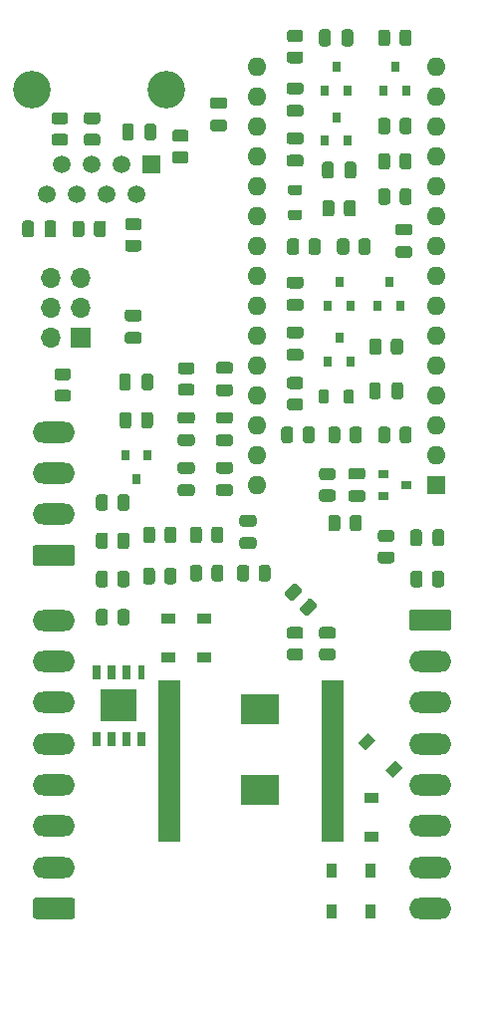
<source format=gbr>
%TF.GenerationSoftware,KiCad,Pcbnew,(5.1.9-0-10_14)*%
%TF.CreationDate,2023-05-28T23:00:20-04:00*%
%TF.ProjectId,LiControl,4c69436f-6e74-4726-9f6c-2e6b69636164,rev?*%
%TF.SameCoordinates,Original*%
%TF.FileFunction,Soldermask,Bot*%
%TF.FilePolarity,Negative*%
%FSLAX46Y46*%
G04 Gerber Fmt 4.6, Leading zero omitted, Abs format (unit mm)*
G04 Created by KiCad (PCBNEW (5.1.9-0-10_14)) date 2023-05-28 23:00:20*
%MOMM*%
%LPD*%
G01*
G04 APERTURE LIST*
%ADD10C,0.100000*%
%ADD11R,0.800000X0.900000*%
%ADD12R,0.900000X1.200000*%
%ADD13R,1.600000X1.600000*%
%ADD14O,1.600000X1.600000*%
%ADD15R,1.200000X0.900000*%
%ADD16C,3.200000*%
%ADD17R,1.500000X1.500000*%
%ADD18C,1.500000*%
%ADD19R,0.900000X0.800000*%
%ADD20R,3.300000X2.500000*%
%ADD21R,1.700000X1.700000*%
%ADD22O,1.700000X1.700000*%
%ADD23R,0.650000X1.310000*%
%ADD24R,0.600000X1.310000*%
%ADD25R,1.500000X1.325000*%
%ADD26R,1.850000X13.700000*%
%ADD27O,3.600000X1.800000*%
G04 APERTURE END LIST*
D10*
%TO.C,D3*%
G36*
X117674264Y-132522792D02*
G01*
X118522792Y-131674264D01*
X119159188Y-132310660D01*
X118310660Y-133159188D01*
X117674264Y-132522792D01*
G37*
G36*
X115340812Y-130189340D02*
G01*
X116189340Y-129340812D01*
X116825736Y-129977208D01*
X115977208Y-130825736D01*
X115340812Y-130189340D01*
G37*
%TD*%
D11*
%TO.C,Q6*%
X95550000Y-105750000D03*
X97450000Y-105750000D03*
X96500000Y-107750000D03*
%TD*%
%TO.C,C9*%
G36*
G01*
X115200000Y-81025000D02*
X115200000Y-81975000D01*
G75*
G02*
X114950000Y-82225000I-250000J0D01*
G01*
X114450000Y-82225000D01*
G75*
G02*
X114200000Y-81975000I0J250000D01*
G01*
X114200000Y-81025000D01*
G75*
G02*
X114450000Y-80775000I250000J0D01*
G01*
X114950000Y-80775000D01*
G75*
G02*
X115200000Y-81025000I0J-250000D01*
G01*
G37*
G36*
G01*
X113300000Y-81025000D02*
X113300000Y-81975000D01*
G75*
G02*
X113050000Y-82225000I-250000J0D01*
G01*
X112550000Y-82225000D01*
G75*
G02*
X112300000Y-81975000I0J250000D01*
G01*
X112300000Y-81025000D01*
G75*
G02*
X112550000Y-80775000I250000J0D01*
G01*
X113050000Y-80775000D01*
G75*
G02*
X113300000Y-81025000I0J-250000D01*
G01*
G37*
%TD*%
%TO.C,C12*%
G36*
G01*
X109525000Y-94800000D02*
X110475000Y-94800000D01*
G75*
G02*
X110725000Y-95050000I0J-250000D01*
G01*
X110725000Y-95550000D01*
G75*
G02*
X110475000Y-95800000I-250000J0D01*
G01*
X109525000Y-95800000D01*
G75*
G02*
X109275000Y-95550000I0J250000D01*
G01*
X109275000Y-95050000D01*
G75*
G02*
X109525000Y-94800000I250000J0D01*
G01*
G37*
G36*
G01*
X109525000Y-96700000D02*
X110475000Y-96700000D01*
G75*
G02*
X110725000Y-96950000I0J-250000D01*
G01*
X110725000Y-97450000D01*
G75*
G02*
X110475000Y-97700000I-250000J0D01*
G01*
X109525000Y-97700000D01*
G75*
G02*
X109275000Y-97450000I0J250000D01*
G01*
X109275000Y-96950000D01*
G75*
G02*
X109525000Y-96700000I250000J0D01*
G01*
G37*
%TD*%
%TO.C,C13*%
G36*
G01*
X109525000Y-78300000D02*
X110475000Y-78300000D01*
G75*
G02*
X110725000Y-78550000I0J-250000D01*
G01*
X110725000Y-79050000D01*
G75*
G02*
X110475000Y-79300000I-250000J0D01*
G01*
X109525000Y-79300000D01*
G75*
G02*
X109275000Y-79050000I0J250000D01*
G01*
X109275000Y-78550000D01*
G75*
G02*
X109525000Y-78300000I250000J0D01*
G01*
G37*
G36*
G01*
X109525000Y-80200000D02*
X110475000Y-80200000D01*
G75*
G02*
X110725000Y-80450000I0J-250000D01*
G01*
X110725000Y-80950000D01*
G75*
G02*
X110475000Y-81200000I-250000J0D01*
G01*
X109525000Y-81200000D01*
G75*
G02*
X109275000Y-80950000I0J250000D01*
G01*
X109275000Y-80450000D01*
G75*
G02*
X109525000Y-80200000I250000J0D01*
G01*
G37*
%TD*%
%TO.C,C15*%
G36*
G01*
X119725000Y-87050000D02*
X118775000Y-87050000D01*
G75*
G02*
X118525000Y-86800000I0J250000D01*
G01*
X118525000Y-86300000D01*
G75*
G02*
X118775000Y-86050000I250000J0D01*
G01*
X119725000Y-86050000D01*
G75*
G02*
X119975000Y-86300000I0J-250000D01*
G01*
X119975000Y-86800000D01*
G75*
G02*
X119725000Y-87050000I-250000J0D01*
G01*
G37*
G36*
G01*
X119725000Y-88950000D02*
X118775000Y-88950000D01*
G75*
G02*
X118525000Y-88700000I0J250000D01*
G01*
X118525000Y-88200000D01*
G75*
G02*
X118775000Y-87950000I250000J0D01*
G01*
X119725000Y-87950000D01*
G75*
G02*
X119975000Y-88200000I0J-250000D01*
G01*
X119975000Y-88700000D01*
G75*
G02*
X119725000Y-88950000I-250000J0D01*
G01*
G37*
%TD*%
%TO.C,C16*%
G36*
G01*
X113050000Y-69775000D02*
X113050000Y-70725000D01*
G75*
G02*
X112800000Y-70975000I-250000J0D01*
G01*
X112300000Y-70975000D01*
G75*
G02*
X112050000Y-70725000I0J250000D01*
G01*
X112050000Y-69775000D01*
G75*
G02*
X112300000Y-69525000I250000J0D01*
G01*
X112800000Y-69525000D01*
G75*
G02*
X113050000Y-69775000I0J-250000D01*
G01*
G37*
G36*
G01*
X114950000Y-69775000D02*
X114950000Y-70725000D01*
G75*
G02*
X114700000Y-70975000I-250000J0D01*
G01*
X114200000Y-70975000D01*
G75*
G02*
X113950000Y-70725000I0J250000D01*
G01*
X113950000Y-69775000D01*
G75*
G02*
X114200000Y-69525000I250000J0D01*
G01*
X114700000Y-69525000D01*
G75*
G02*
X114950000Y-69775000I0J-250000D01*
G01*
G37*
%TD*%
%TO.C,C19*%
G36*
G01*
X110475000Y-91550000D02*
X109525000Y-91550000D01*
G75*
G02*
X109275000Y-91300000I0J250000D01*
G01*
X109275000Y-90800000D01*
G75*
G02*
X109525000Y-90550000I250000J0D01*
G01*
X110475000Y-90550000D01*
G75*
G02*
X110725000Y-90800000I0J-250000D01*
G01*
X110725000Y-91300000D01*
G75*
G02*
X110475000Y-91550000I-250000J0D01*
G01*
G37*
G36*
G01*
X110475000Y-93450000D02*
X109525000Y-93450000D01*
G75*
G02*
X109275000Y-93200000I0J250000D01*
G01*
X109275000Y-92700000D01*
G75*
G02*
X109525000Y-92450000I250000J0D01*
G01*
X110475000Y-92450000D01*
G75*
G02*
X110725000Y-92700000I0J-250000D01*
G01*
X110725000Y-93200000D01*
G75*
G02*
X110475000Y-93450000I-250000J0D01*
G01*
G37*
%TD*%
%TO.C,C20*%
G36*
G01*
X110475000Y-75050000D02*
X109525000Y-75050000D01*
G75*
G02*
X109275000Y-74800000I0J250000D01*
G01*
X109275000Y-74300000D01*
G75*
G02*
X109525000Y-74050000I250000J0D01*
G01*
X110475000Y-74050000D01*
G75*
G02*
X110725000Y-74300000I0J-250000D01*
G01*
X110725000Y-74800000D01*
G75*
G02*
X110475000Y-75050000I-250000J0D01*
G01*
G37*
G36*
G01*
X110475000Y-76950000D02*
X109525000Y-76950000D01*
G75*
G02*
X109275000Y-76700000I0J250000D01*
G01*
X109275000Y-76200000D01*
G75*
G02*
X109525000Y-75950000I250000J0D01*
G01*
X110475000Y-75950000D01*
G75*
G02*
X110725000Y-76200000I0J-250000D01*
G01*
X110725000Y-76700000D01*
G75*
G02*
X110475000Y-76950000I-250000J0D01*
G01*
G37*
%TD*%
D12*
%TO.C,D2*%
X113100000Y-144500000D03*
X116400000Y-144500000D03*
%TD*%
D11*
%TO.C,Q7*%
X114700000Y-97750000D03*
X112800000Y-97750000D03*
X113750000Y-95750000D03*
%TD*%
%TO.C,Q8*%
X113500000Y-77000000D03*
X112550000Y-79000000D03*
X114450000Y-79000000D03*
%TD*%
%TO.C,Q9*%
X114700000Y-93000000D03*
X112800000Y-93000000D03*
X113750000Y-91000000D03*
%TD*%
%TO.C,Q10*%
X118000000Y-91000000D03*
X117050000Y-93000000D03*
X118950000Y-93000000D03*
%TD*%
%TO.C,Q11*%
X113500000Y-72750000D03*
X112550000Y-74750000D03*
X114450000Y-74750000D03*
%TD*%
%TO.C,Q12*%
X118500000Y-72750000D03*
X117550000Y-74750000D03*
X119450000Y-74750000D03*
%TD*%
%TO.C,R22*%
G36*
G01*
X112325000Y-85200002D02*
X112325000Y-84299998D01*
G75*
G02*
X112574998Y-84050000I249998J0D01*
G01*
X113100002Y-84050000D01*
G75*
G02*
X113350000Y-84299998I0J-249998D01*
G01*
X113350000Y-85200002D01*
G75*
G02*
X113100002Y-85450000I-249998J0D01*
G01*
X112574998Y-85450000D01*
G75*
G02*
X112325000Y-85200002I0J249998D01*
G01*
G37*
G36*
G01*
X114150000Y-85200002D02*
X114150000Y-84299998D01*
G75*
G02*
X114399998Y-84050000I249998J0D01*
G01*
X114925002Y-84050000D01*
G75*
G02*
X115175000Y-84299998I0J-249998D01*
G01*
X115175000Y-85200002D01*
G75*
G02*
X114925002Y-85450000I-249998J0D01*
G01*
X114399998Y-85450000D01*
G75*
G02*
X114150000Y-85200002I0J249998D01*
G01*
G37*
%TD*%
%TO.C,R23*%
G36*
G01*
X118900000Y-84200002D02*
X118900000Y-83299998D01*
G75*
G02*
X119149998Y-83050000I249998J0D01*
G01*
X119675002Y-83050000D01*
G75*
G02*
X119925000Y-83299998I0J-249998D01*
G01*
X119925000Y-84200002D01*
G75*
G02*
X119675002Y-84450000I-249998J0D01*
G01*
X119149998Y-84450000D01*
G75*
G02*
X118900000Y-84200002I0J249998D01*
G01*
G37*
G36*
G01*
X117075000Y-84200002D02*
X117075000Y-83299998D01*
G75*
G02*
X117324998Y-83050000I249998J0D01*
G01*
X117850002Y-83050000D01*
G75*
G02*
X118100000Y-83299998I0J-249998D01*
G01*
X118100000Y-84200002D01*
G75*
G02*
X117850002Y-84450000I-249998J0D01*
G01*
X117324998Y-84450000D01*
G75*
G02*
X117075000Y-84200002I0J249998D01*
G01*
G37*
%TD*%
%TO.C,R25*%
G36*
G01*
X118100000Y-80299998D02*
X118100000Y-81200002D01*
G75*
G02*
X117850002Y-81450000I-249998J0D01*
G01*
X117324998Y-81450000D01*
G75*
G02*
X117075000Y-81200002I0J249998D01*
G01*
X117075000Y-80299998D01*
G75*
G02*
X117324998Y-80050000I249998J0D01*
G01*
X117850002Y-80050000D01*
G75*
G02*
X118100000Y-80299998I0J-249998D01*
G01*
G37*
G36*
G01*
X119925000Y-80299998D02*
X119925000Y-81200002D01*
G75*
G02*
X119675002Y-81450000I-249998J0D01*
G01*
X119149998Y-81450000D01*
G75*
G02*
X118900000Y-81200002I0J249998D01*
G01*
X118900000Y-80299998D01*
G75*
G02*
X119149998Y-80050000I249998J0D01*
G01*
X119675002Y-80050000D01*
G75*
G02*
X119925000Y-80299998I0J-249998D01*
G01*
G37*
%TD*%
%TO.C,R26*%
G36*
G01*
X117350000Y-96049998D02*
X117350000Y-96950002D01*
G75*
G02*
X117100002Y-97200000I-249998J0D01*
G01*
X116574998Y-97200000D01*
G75*
G02*
X116325000Y-96950002I0J249998D01*
G01*
X116325000Y-96049998D01*
G75*
G02*
X116574998Y-95800000I249998J0D01*
G01*
X117100002Y-95800000D01*
G75*
G02*
X117350000Y-96049998I0J-249998D01*
G01*
G37*
G36*
G01*
X119175000Y-96049998D02*
X119175000Y-96950002D01*
G75*
G02*
X118925002Y-97200000I-249998J0D01*
G01*
X118399998Y-97200000D01*
G75*
G02*
X118150000Y-96950002I0J249998D01*
G01*
X118150000Y-96049998D01*
G75*
G02*
X118399998Y-95800000I249998J0D01*
G01*
X118925002Y-95800000D01*
G75*
G02*
X119175000Y-96049998I0J-249998D01*
G01*
G37*
%TD*%
%TO.C,R27*%
G36*
G01*
X119925000Y-77299998D02*
X119925000Y-78200002D01*
G75*
G02*
X119675002Y-78450000I-249998J0D01*
G01*
X119149998Y-78450000D01*
G75*
G02*
X118900000Y-78200002I0J249998D01*
G01*
X118900000Y-77299998D01*
G75*
G02*
X119149998Y-77050000I249998J0D01*
G01*
X119675002Y-77050000D01*
G75*
G02*
X119925000Y-77299998I0J-249998D01*
G01*
G37*
G36*
G01*
X118100000Y-77299998D02*
X118100000Y-78200002D01*
G75*
G02*
X117850002Y-78450000I-249998J0D01*
G01*
X117324998Y-78450000D01*
G75*
G02*
X117075000Y-78200002I0J249998D01*
G01*
X117075000Y-77299998D01*
G75*
G02*
X117324998Y-77050000I249998J0D01*
G01*
X117850002Y-77050000D01*
G75*
G02*
X118100000Y-77299998I0J-249998D01*
G01*
G37*
%TD*%
%TO.C,R32*%
G36*
G01*
X116425000Y-87549998D02*
X116425000Y-88450002D01*
G75*
G02*
X116175002Y-88700000I-249998J0D01*
G01*
X115649998Y-88700000D01*
G75*
G02*
X115400000Y-88450002I0J249998D01*
G01*
X115400000Y-87549998D01*
G75*
G02*
X115649998Y-87300000I249998J0D01*
G01*
X116175002Y-87300000D01*
G75*
G02*
X116425000Y-87549998I0J-249998D01*
G01*
G37*
G36*
G01*
X114600000Y-87549998D02*
X114600000Y-88450002D01*
G75*
G02*
X114350002Y-88700000I-249998J0D01*
G01*
X113824998Y-88700000D01*
G75*
G02*
X113575000Y-88450002I0J249998D01*
G01*
X113575000Y-87549998D01*
G75*
G02*
X113824998Y-87300000I249998J0D01*
G01*
X114350002Y-87300000D01*
G75*
G02*
X114600000Y-87549998I0J-249998D01*
G01*
G37*
%TD*%
%TO.C,R33*%
G36*
G01*
X118100000Y-69799998D02*
X118100000Y-70700002D01*
G75*
G02*
X117850002Y-70950000I-249998J0D01*
G01*
X117324998Y-70950000D01*
G75*
G02*
X117075000Y-70700002I0J249998D01*
G01*
X117075000Y-69799998D01*
G75*
G02*
X117324998Y-69550000I249998J0D01*
G01*
X117850002Y-69550000D01*
G75*
G02*
X118100000Y-69799998I0J-249998D01*
G01*
G37*
G36*
G01*
X119925000Y-69799998D02*
X119925000Y-70700002D01*
G75*
G02*
X119675002Y-70950000I-249998J0D01*
G01*
X119149998Y-70950000D01*
G75*
G02*
X118900000Y-70700002I0J249998D01*
G01*
X118900000Y-69799998D01*
G75*
G02*
X119149998Y-69550000I249998J0D01*
G01*
X119675002Y-69550000D01*
G75*
G02*
X119925000Y-69799998I0J-249998D01*
G01*
G37*
%TD*%
%TO.C,R34*%
G36*
G01*
X110350000Y-87549998D02*
X110350000Y-88450002D01*
G75*
G02*
X110100002Y-88700000I-249998J0D01*
G01*
X109574998Y-88700000D01*
G75*
G02*
X109325000Y-88450002I0J249998D01*
G01*
X109325000Y-87549998D01*
G75*
G02*
X109574998Y-87300000I249998J0D01*
G01*
X110100002Y-87300000D01*
G75*
G02*
X110350000Y-87549998I0J-249998D01*
G01*
G37*
G36*
G01*
X112175000Y-87549998D02*
X112175000Y-88450002D01*
G75*
G02*
X111925002Y-88700000I-249998J0D01*
G01*
X111399998Y-88700000D01*
G75*
G02*
X111150000Y-88450002I0J249998D01*
G01*
X111150000Y-87549998D01*
G75*
G02*
X111399998Y-87300000I249998J0D01*
G01*
X111925002Y-87300000D01*
G75*
G02*
X112175000Y-87549998I0J-249998D01*
G01*
G37*
%TD*%
%TO.C,R35*%
G36*
G01*
X109549998Y-69575000D02*
X110450002Y-69575000D01*
G75*
G02*
X110700000Y-69824998I0J-249998D01*
G01*
X110700000Y-70350002D01*
G75*
G02*
X110450002Y-70600000I-249998J0D01*
G01*
X109549998Y-70600000D01*
G75*
G02*
X109300000Y-70350002I0J249998D01*
G01*
X109300000Y-69824998D01*
G75*
G02*
X109549998Y-69575000I249998J0D01*
G01*
G37*
G36*
G01*
X109549998Y-71400000D02*
X110450002Y-71400000D01*
G75*
G02*
X110700000Y-71649998I0J-249998D01*
G01*
X110700000Y-72175002D01*
G75*
G02*
X110450002Y-72425000I-249998J0D01*
G01*
X109549998Y-72425000D01*
G75*
G02*
X109300000Y-72175002I0J249998D01*
G01*
X109300000Y-71649998D01*
G75*
G02*
X109549998Y-71400000I249998J0D01*
G01*
G37*
%TD*%
D13*
%TO.C,A1*%
X122000000Y-108250000D03*
D14*
X106760000Y-75230000D03*
X122000000Y-105710000D03*
X106760000Y-77770000D03*
X122000000Y-103170000D03*
X106760000Y-80310000D03*
X122000000Y-100630000D03*
X106760000Y-82850000D03*
X122000000Y-98090000D03*
X106760000Y-85390000D03*
X122000000Y-95550000D03*
X106760000Y-87930000D03*
X122000000Y-93010000D03*
X106760000Y-90470000D03*
X122000000Y-90470000D03*
X106760000Y-93010000D03*
X122000000Y-87930000D03*
X106760000Y-95550000D03*
X122000000Y-85390000D03*
X106760000Y-98090000D03*
X122000000Y-82850000D03*
X106760000Y-100630000D03*
X122000000Y-80310000D03*
X106760000Y-103170000D03*
X122000000Y-77770000D03*
X106760000Y-105710000D03*
X122000000Y-75230000D03*
X106760000Y-108250000D03*
X122000000Y-72690000D03*
X106760000Y-72690000D03*
%TD*%
%TO.C,C2*%
G36*
G01*
X114775000Y-106800000D02*
X115725000Y-106800000D01*
G75*
G02*
X115975000Y-107050000I0J-250000D01*
G01*
X115975000Y-107550000D01*
G75*
G02*
X115725000Y-107800000I-250000J0D01*
G01*
X114775000Y-107800000D01*
G75*
G02*
X114525000Y-107550000I0J250000D01*
G01*
X114525000Y-107050000D01*
G75*
G02*
X114775000Y-106800000I250000J0D01*
G01*
G37*
G36*
G01*
X114775000Y-108700000D02*
X115725000Y-108700000D01*
G75*
G02*
X115975000Y-108950000I0J-250000D01*
G01*
X115975000Y-109450000D01*
G75*
G02*
X115725000Y-109700000I-250000J0D01*
G01*
X114775000Y-109700000D01*
G75*
G02*
X114525000Y-109450000I0J250000D01*
G01*
X114525000Y-108950000D01*
G75*
G02*
X114775000Y-108700000I250000J0D01*
G01*
G37*
%TD*%
%TO.C,C3*%
G36*
G01*
X104475000Y-100700000D02*
X103525000Y-100700000D01*
G75*
G02*
X103275000Y-100450000I0J250000D01*
G01*
X103275000Y-99950000D01*
G75*
G02*
X103525000Y-99700000I250000J0D01*
G01*
X104475000Y-99700000D01*
G75*
G02*
X104725000Y-99950000I0J-250000D01*
G01*
X104725000Y-100450000D01*
G75*
G02*
X104475000Y-100700000I-250000J0D01*
G01*
G37*
G36*
G01*
X104475000Y-98800000D02*
X103525000Y-98800000D01*
G75*
G02*
X103275000Y-98550000I0J250000D01*
G01*
X103275000Y-98050000D01*
G75*
G02*
X103525000Y-97800000I250000J0D01*
G01*
X104475000Y-97800000D01*
G75*
G02*
X104725000Y-98050000I0J-250000D01*
G01*
X104725000Y-98550000D01*
G75*
G02*
X104475000Y-98800000I-250000J0D01*
G01*
G37*
%TD*%
%TO.C,C6*%
G36*
G01*
X96050000Y-99025000D02*
X96050000Y-99975000D01*
G75*
G02*
X95800000Y-100225000I-250000J0D01*
G01*
X95300000Y-100225000D01*
G75*
G02*
X95050000Y-99975000I0J250000D01*
G01*
X95050000Y-99025000D01*
G75*
G02*
X95300000Y-98775000I250000J0D01*
G01*
X95800000Y-98775000D01*
G75*
G02*
X96050000Y-99025000I0J-250000D01*
G01*
G37*
G36*
G01*
X97950000Y-99025000D02*
X97950000Y-99975000D01*
G75*
G02*
X97700000Y-100225000I-250000J0D01*
G01*
X97200000Y-100225000D01*
G75*
G02*
X96950000Y-99975000I0J250000D01*
G01*
X96950000Y-99025000D01*
G75*
G02*
X97200000Y-98775000I250000J0D01*
G01*
X97700000Y-98775000D01*
G75*
G02*
X97950000Y-99025000I0J-250000D01*
G01*
G37*
%TD*%
%TO.C,C7*%
G36*
G01*
X104475000Y-109200000D02*
X103525000Y-109200000D01*
G75*
G02*
X103275000Y-108950000I0J250000D01*
G01*
X103275000Y-108450000D01*
G75*
G02*
X103525000Y-108200000I250000J0D01*
G01*
X104475000Y-108200000D01*
G75*
G02*
X104725000Y-108450000I0J-250000D01*
G01*
X104725000Y-108950000D01*
G75*
G02*
X104475000Y-109200000I-250000J0D01*
G01*
G37*
G36*
G01*
X104475000Y-107300000D02*
X103525000Y-107300000D01*
G75*
G02*
X103275000Y-107050000I0J250000D01*
G01*
X103275000Y-106550000D01*
G75*
G02*
X103525000Y-106300000I250000J0D01*
G01*
X104475000Y-106300000D01*
G75*
G02*
X104725000Y-106550000I0J-250000D01*
G01*
X104725000Y-107050000D01*
G75*
G02*
X104475000Y-107300000I-250000J0D01*
G01*
G37*
%TD*%
%TO.C,C8*%
G36*
G01*
X117300000Y-99775000D02*
X117300000Y-100725000D01*
G75*
G02*
X117050000Y-100975000I-250000J0D01*
G01*
X116550000Y-100975000D01*
G75*
G02*
X116300000Y-100725000I0J250000D01*
G01*
X116300000Y-99775000D01*
G75*
G02*
X116550000Y-99525000I250000J0D01*
G01*
X117050000Y-99525000D01*
G75*
G02*
X117300000Y-99775000I0J-250000D01*
G01*
G37*
G36*
G01*
X119200000Y-99775000D02*
X119200000Y-100725000D01*
G75*
G02*
X118950000Y-100975000I-250000J0D01*
G01*
X118450000Y-100975000D01*
G75*
G02*
X118200000Y-100725000I0J250000D01*
G01*
X118200000Y-99775000D01*
G75*
G02*
X118450000Y-99525000I250000J0D01*
G01*
X118950000Y-99525000D01*
G75*
G02*
X119200000Y-99775000I0J-250000D01*
G01*
G37*
%TD*%
%TO.C,C10*%
G36*
G01*
X101225000Y-107300000D02*
X100275000Y-107300000D01*
G75*
G02*
X100025000Y-107050000I0J250000D01*
G01*
X100025000Y-106550000D01*
G75*
G02*
X100275000Y-106300000I250000J0D01*
G01*
X101225000Y-106300000D01*
G75*
G02*
X101475000Y-106550000I0J-250000D01*
G01*
X101475000Y-107050000D01*
G75*
G02*
X101225000Y-107300000I-250000J0D01*
G01*
G37*
G36*
G01*
X101225000Y-109200000D02*
X100275000Y-109200000D01*
G75*
G02*
X100025000Y-108950000I0J250000D01*
G01*
X100025000Y-108450000D01*
G75*
G02*
X100275000Y-108200000I250000J0D01*
G01*
X101225000Y-108200000D01*
G75*
G02*
X101475000Y-108450000I0J-250000D01*
G01*
X101475000Y-108950000D01*
G75*
G02*
X101225000Y-109200000I-250000J0D01*
G01*
G37*
%TD*%
%TO.C,C14*%
G36*
G01*
X100275000Y-103950000D02*
X101225000Y-103950000D01*
G75*
G02*
X101475000Y-104200000I0J-250000D01*
G01*
X101475000Y-104700000D01*
G75*
G02*
X101225000Y-104950000I-250000J0D01*
G01*
X100275000Y-104950000D01*
G75*
G02*
X100025000Y-104700000I0J250000D01*
G01*
X100025000Y-104200000D01*
G75*
G02*
X100275000Y-103950000I250000J0D01*
G01*
G37*
G36*
G01*
X100275000Y-102050000D02*
X101225000Y-102050000D01*
G75*
G02*
X101475000Y-102300000I0J-250000D01*
G01*
X101475000Y-102800000D01*
G75*
G02*
X101225000Y-103050000I-250000J0D01*
G01*
X100275000Y-103050000D01*
G75*
G02*
X100025000Y-102800000I0J250000D01*
G01*
X100025000Y-102300000D01*
G75*
G02*
X100275000Y-102050000I250000J0D01*
G01*
G37*
%TD*%
%TO.C,C17*%
G36*
G01*
X103975000Y-76300000D02*
X103025000Y-76300000D01*
G75*
G02*
X102775000Y-76050000I0J250000D01*
G01*
X102775000Y-75550000D01*
G75*
G02*
X103025000Y-75300000I250000J0D01*
G01*
X103975000Y-75300000D01*
G75*
G02*
X104225000Y-75550000I0J-250000D01*
G01*
X104225000Y-76050000D01*
G75*
G02*
X103975000Y-76300000I-250000J0D01*
G01*
G37*
G36*
G01*
X103975000Y-78200000D02*
X103025000Y-78200000D01*
G75*
G02*
X102775000Y-77950000I0J250000D01*
G01*
X102775000Y-77450000D01*
G75*
G02*
X103025000Y-77200000I250000J0D01*
G01*
X103975000Y-77200000D01*
G75*
G02*
X104225000Y-77450000I0J-250000D01*
G01*
X104225000Y-77950000D01*
G75*
G02*
X103975000Y-78200000I-250000J0D01*
G01*
G37*
%TD*%
%TO.C,C18*%
G36*
G01*
X103525000Y-103950000D02*
X104475000Y-103950000D01*
G75*
G02*
X104725000Y-104200000I0J-250000D01*
G01*
X104725000Y-104700000D01*
G75*
G02*
X104475000Y-104950000I-250000J0D01*
G01*
X103525000Y-104950000D01*
G75*
G02*
X103275000Y-104700000I0J250000D01*
G01*
X103275000Y-104200000D01*
G75*
G02*
X103525000Y-103950000I250000J0D01*
G01*
G37*
G36*
G01*
X103525000Y-102050000D02*
X104475000Y-102050000D01*
G75*
G02*
X104725000Y-102300000I0J-250000D01*
G01*
X104725000Y-102800000D01*
G75*
G02*
X104475000Y-103050000I-250000J0D01*
G01*
X103525000Y-103050000D01*
G75*
G02*
X103275000Y-102800000I0J250000D01*
G01*
X103275000Y-102300000D01*
G75*
G02*
X103525000Y-102050000I250000J0D01*
G01*
G37*
%TD*%
%TO.C,C21*%
G36*
G01*
X98200000Y-77775000D02*
X98200000Y-78725000D01*
G75*
G02*
X97950000Y-78975000I-250000J0D01*
G01*
X97450000Y-78975000D01*
G75*
G02*
X97200000Y-78725000I0J250000D01*
G01*
X97200000Y-77775000D01*
G75*
G02*
X97450000Y-77525000I250000J0D01*
G01*
X97950000Y-77525000D01*
G75*
G02*
X98200000Y-77775000I0J-250000D01*
G01*
G37*
G36*
G01*
X96300000Y-77775000D02*
X96300000Y-78725000D01*
G75*
G02*
X96050000Y-78975000I-250000J0D01*
G01*
X95550000Y-78975000D01*
G75*
G02*
X95300000Y-78725000I0J250000D01*
G01*
X95300000Y-77775000D01*
G75*
G02*
X95550000Y-77525000I250000J0D01*
G01*
X96050000Y-77525000D01*
G75*
G02*
X96300000Y-77775000I0J-250000D01*
G01*
G37*
%TD*%
D15*
%TO.C,D1*%
X116500000Y-138150000D03*
X116500000Y-134850000D03*
%TD*%
D16*
%TO.C,J5*%
X87590000Y-74650000D03*
X99020000Y-74650000D03*
D17*
X97750000Y-81000000D03*
D18*
X96480000Y-83540000D03*
X95210000Y-81000000D03*
X93940000Y-83540000D03*
X92670000Y-81000000D03*
X91400000Y-83540000D03*
X90130000Y-81000000D03*
X88860000Y-83540000D03*
%TD*%
D19*
%TO.C,Q2*%
X117500000Y-109200000D03*
X117500000Y-107300000D03*
X119500000Y-108250000D03*
%TD*%
%TO.C,R1*%
G36*
G01*
X113850000Y-111049998D02*
X113850000Y-111950002D01*
G75*
G02*
X113600002Y-112200000I-249998J0D01*
G01*
X113074998Y-112200000D01*
G75*
G02*
X112825000Y-111950002I0J249998D01*
G01*
X112825000Y-111049998D01*
G75*
G02*
X113074998Y-110800000I249998J0D01*
G01*
X113600002Y-110800000D01*
G75*
G02*
X113850000Y-111049998I0J-249998D01*
G01*
G37*
G36*
G01*
X115675000Y-111049998D02*
X115675000Y-111950002D01*
G75*
G02*
X115425002Y-112200000I-249998J0D01*
G01*
X114899998Y-112200000D01*
G75*
G02*
X114650000Y-111950002I0J249998D01*
G01*
X114650000Y-111049998D01*
G75*
G02*
X114899998Y-110800000I249998J0D01*
G01*
X115425002Y-110800000D01*
G75*
G02*
X115675000Y-111049998I0J-249998D01*
G01*
G37*
%TD*%
%TO.C,R2*%
G36*
G01*
X113200002Y-109675000D02*
X112299998Y-109675000D01*
G75*
G02*
X112050000Y-109425002I0J249998D01*
G01*
X112050000Y-108899998D01*
G75*
G02*
X112299998Y-108650000I249998J0D01*
G01*
X113200002Y-108650000D01*
G75*
G02*
X113450000Y-108899998I0J-249998D01*
G01*
X113450000Y-109425002D01*
G75*
G02*
X113200002Y-109675000I-249998J0D01*
G01*
G37*
G36*
G01*
X113200002Y-107850000D02*
X112299998Y-107850000D01*
G75*
G02*
X112050000Y-107600002I0J249998D01*
G01*
X112050000Y-107074998D01*
G75*
G02*
X112299998Y-106825000I249998J0D01*
G01*
X113200002Y-106825000D01*
G75*
G02*
X113450000Y-107074998I0J-249998D01*
G01*
X113450000Y-107600002D01*
G75*
G02*
X113200002Y-107850000I-249998J0D01*
G01*
G37*
%TD*%
%TO.C,R6*%
G36*
G01*
X101200002Y-98850000D02*
X100299998Y-98850000D01*
G75*
G02*
X100050000Y-98600002I0J249998D01*
G01*
X100050000Y-98074998D01*
G75*
G02*
X100299998Y-97825000I249998J0D01*
G01*
X101200002Y-97825000D01*
G75*
G02*
X101450000Y-98074998I0J-249998D01*
G01*
X101450000Y-98600002D01*
G75*
G02*
X101200002Y-98850000I-249998J0D01*
G01*
G37*
G36*
G01*
X101200002Y-100675000D02*
X100299998Y-100675000D01*
G75*
G02*
X100050000Y-100425002I0J249998D01*
G01*
X100050000Y-99899998D01*
G75*
G02*
X100299998Y-99650000I249998J0D01*
G01*
X101200002Y-99650000D01*
G75*
G02*
X101450000Y-99899998I0J-249998D01*
G01*
X101450000Y-100425002D01*
G75*
G02*
X101200002Y-100675000I-249998J0D01*
G01*
G37*
%TD*%
%TO.C,R7*%
G36*
G01*
X117075000Y-104450002D02*
X117075000Y-103549998D01*
G75*
G02*
X117324998Y-103300000I249998J0D01*
G01*
X117850002Y-103300000D01*
G75*
G02*
X118100000Y-103549998I0J-249998D01*
G01*
X118100000Y-104450002D01*
G75*
G02*
X117850002Y-104700000I-249998J0D01*
G01*
X117324998Y-104700000D01*
G75*
G02*
X117075000Y-104450002I0J249998D01*
G01*
G37*
G36*
G01*
X118900000Y-104450002D02*
X118900000Y-103549998D01*
G75*
G02*
X119149998Y-103300000I249998J0D01*
G01*
X119675002Y-103300000D01*
G75*
G02*
X119925000Y-103549998I0J-249998D01*
G01*
X119925000Y-104450002D01*
G75*
G02*
X119675002Y-104700000I-249998J0D01*
G01*
X119149998Y-104700000D01*
G75*
G02*
X118900000Y-104450002I0J249998D01*
G01*
G37*
%TD*%
%TO.C,R13*%
G36*
G01*
X93075000Y-110200002D02*
X93075000Y-109299998D01*
G75*
G02*
X93324998Y-109050000I249998J0D01*
G01*
X93850002Y-109050000D01*
G75*
G02*
X94100000Y-109299998I0J-249998D01*
G01*
X94100000Y-110200002D01*
G75*
G02*
X93850002Y-110450000I-249998J0D01*
G01*
X93324998Y-110450000D01*
G75*
G02*
X93075000Y-110200002I0J249998D01*
G01*
G37*
G36*
G01*
X94900000Y-110200002D02*
X94900000Y-109299998D01*
G75*
G02*
X95149998Y-109050000I249998J0D01*
G01*
X95675002Y-109050000D01*
G75*
G02*
X95925000Y-109299998I0J-249998D01*
G01*
X95925000Y-110200002D01*
G75*
G02*
X95675002Y-110450000I-249998J0D01*
G01*
X95149998Y-110450000D01*
G75*
G02*
X94900000Y-110200002I0J249998D01*
G01*
G37*
%TD*%
%TO.C,R14*%
G36*
G01*
X96900000Y-103200002D02*
X96900000Y-102299998D01*
G75*
G02*
X97149998Y-102050000I249998J0D01*
G01*
X97675002Y-102050000D01*
G75*
G02*
X97925000Y-102299998I0J-249998D01*
G01*
X97925000Y-103200002D01*
G75*
G02*
X97675002Y-103450000I-249998J0D01*
G01*
X97149998Y-103450000D01*
G75*
G02*
X96900000Y-103200002I0J249998D01*
G01*
G37*
G36*
G01*
X95075000Y-103200002D02*
X95075000Y-102299998D01*
G75*
G02*
X95324998Y-102050000I249998J0D01*
G01*
X95850002Y-102050000D01*
G75*
G02*
X96100000Y-102299998I0J-249998D01*
G01*
X96100000Y-103200002D01*
G75*
G02*
X95850002Y-103450000I-249998J0D01*
G01*
X95324998Y-103450000D01*
G75*
G02*
X95075000Y-103200002I0J249998D01*
G01*
G37*
%TD*%
%TO.C,R19*%
G36*
G01*
X99925000Y-112049998D02*
X99925000Y-112950002D01*
G75*
G02*
X99675002Y-113200000I-249998J0D01*
G01*
X99149998Y-113200000D01*
G75*
G02*
X98900000Y-112950002I0J249998D01*
G01*
X98900000Y-112049998D01*
G75*
G02*
X99149998Y-111800000I249998J0D01*
G01*
X99675002Y-111800000D01*
G75*
G02*
X99925000Y-112049998I0J-249998D01*
G01*
G37*
G36*
G01*
X98100000Y-112049998D02*
X98100000Y-112950002D01*
G75*
G02*
X97850002Y-113200000I-249998J0D01*
G01*
X97324998Y-113200000D01*
G75*
G02*
X97075000Y-112950002I0J249998D01*
G01*
X97075000Y-112049998D01*
G75*
G02*
X97324998Y-111800000I249998J0D01*
G01*
X97850002Y-111800000D01*
G75*
G02*
X98100000Y-112049998I0J-249998D01*
G01*
G37*
%TD*%
%TO.C,R20*%
G36*
G01*
X109549998Y-99075000D02*
X110450002Y-99075000D01*
G75*
G02*
X110700000Y-99324998I0J-249998D01*
G01*
X110700000Y-99850002D01*
G75*
G02*
X110450002Y-100100000I-249998J0D01*
G01*
X109549998Y-100100000D01*
G75*
G02*
X109300000Y-99850002I0J249998D01*
G01*
X109300000Y-99324998D01*
G75*
G02*
X109549998Y-99075000I249998J0D01*
G01*
G37*
G36*
G01*
X109549998Y-100900000D02*
X110450002Y-100900000D01*
G75*
G02*
X110700000Y-101149998I0J-249998D01*
G01*
X110700000Y-101675002D01*
G75*
G02*
X110450002Y-101925000I-249998J0D01*
G01*
X109549998Y-101925000D01*
G75*
G02*
X109300000Y-101675002I0J249998D01*
G01*
X109300000Y-101149998D01*
G75*
G02*
X109549998Y-100900000I249998J0D01*
G01*
G37*
%TD*%
%TO.C,R21*%
G36*
G01*
X110650000Y-104450002D02*
X110650000Y-103549998D01*
G75*
G02*
X110899998Y-103300000I249998J0D01*
G01*
X111425002Y-103300000D01*
G75*
G02*
X111675000Y-103549998I0J-249998D01*
G01*
X111675000Y-104450002D01*
G75*
G02*
X111425002Y-104700000I-249998J0D01*
G01*
X110899998Y-104700000D01*
G75*
G02*
X110650000Y-104450002I0J249998D01*
G01*
G37*
G36*
G01*
X108825000Y-104450002D02*
X108825000Y-103549998D01*
G75*
G02*
X109074998Y-103300000I249998J0D01*
G01*
X109600002Y-103300000D01*
G75*
G02*
X109850000Y-103549998I0J-249998D01*
G01*
X109850000Y-104450002D01*
G75*
G02*
X109600002Y-104700000I-249998J0D01*
G01*
X109074998Y-104700000D01*
G75*
G02*
X108825000Y-104450002I0J249998D01*
G01*
G37*
%TD*%
%TO.C,R24*%
G36*
G01*
X114650000Y-104450002D02*
X114650000Y-103549998D01*
G75*
G02*
X114899998Y-103300000I249998J0D01*
G01*
X115425002Y-103300000D01*
G75*
G02*
X115675000Y-103549998I0J-249998D01*
G01*
X115675000Y-104450002D01*
G75*
G02*
X115425002Y-104700000I-249998J0D01*
G01*
X114899998Y-104700000D01*
G75*
G02*
X114650000Y-104450002I0J249998D01*
G01*
G37*
G36*
G01*
X112825000Y-104450002D02*
X112825000Y-103549998D01*
G75*
G02*
X113074998Y-103300000I249998J0D01*
G01*
X113600002Y-103300000D01*
G75*
G02*
X113850000Y-103549998I0J-249998D01*
G01*
X113850000Y-104450002D01*
G75*
G02*
X113600002Y-104700000I-249998J0D01*
G01*
X113074998Y-104700000D01*
G75*
G02*
X112825000Y-104450002I0J249998D01*
G01*
G37*
%TD*%
%TO.C,R36*%
G36*
G01*
X89549998Y-76575000D02*
X90450002Y-76575000D01*
G75*
G02*
X90700000Y-76824998I0J-249998D01*
G01*
X90700000Y-77350002D01*
G75*
G02*
X90450002Y-77600000I-249998J0D01*
G01*
X89549998Y-77600000D01*
G75*
G02*
X89300000Y-77350002I0J249998D01*
G01*
X89300000Y-76824998D01*
G75*
G02*
X89549998Y-76575000I249998J0D01*
G01*
G37*
G36*
G01*
X89549998Y-78400000D02*
X90450002Y-78400000D01*
G75*
G02*
X90700000Y-78649998I0J-249998D01*
G01*
X90700000Y-79175002D01*
G75*
G02*
X90450002Y-79425000I-249998J0D01*
G01*
X89549998Y-79425000D01*
G75*
G02*
X89300000Y-79175002I0J249998D01*
G01*
X89300000Y-78649998D01*
G75*
G02*
X89549998Y-78400000I249998J0D01*
G01*
G37*
%TD*%
%TO.C,R37*%
G36*
G01*
X92100000Y-86049998D02*
X92100000Y-86950002D01*
G75*
G02*
X91850002Y-87200000I-249998J0D01*
G01*
X91324998Y-87200000D01*
G75*
G02*
X91075000Y-86950002I0J249998D01*
G01*
X91075000Y-86049998D01*
G75*
G02*
X91324998Y-85800000I249998J0D01*
G01*
X91850002Y-85800000D01*
G75*
G02*
X92100000Y-86049998I0J-249998D01*
G01*
G37*
G36*
G01*
X93925000Y-86049998D02*
X93925000Y-86950002D01*
G75*
G02*
X93675002Y-87200000I-249998J0D01*
G01*
X93149998Y-87200000D01*
G75*
G02*
X92900000Y-86950002I0J249998D01*
G01*
X92900000Y-86049998D01*
G75*
G02*
X93149998Y-85800000I249998J0D01*
G01*
X93675002Y-85800000D01*
G75*
G02*
X93925000Y-86049998I0J-249998D01*
G01*
G37*
%TD*%
%TO.C,R38*%
G36*
G01*
X92299998Y-78400000D02*
X93200002Y-78400000D01*
G75*
G02*
X93450000Y-78649998I0J-249998D01*
G01*
X93450000Y-79175002D01*
G75*
G02*
X93200002Y-79425000I-249998J0D01*
G01*
X92299998Y-79425000D01*
G75*
G02*
X92050000Y-79175002I0J249998D01*
G01*
X92050000Y-78649998D01*
G75*
G02*
X92299998Y-78400000I249998J0D01*
G01*
G37*
G36*
G01*
X92299998Y-76575000D02*
X93200002Y-76575000D01*
G75*
G02*
X93450000Y-76824998I0J-249998D01*
G01*
X93450000Y-77350002D01*
G75*
G02*
X93200002Y-77600000I-249998J0D01*
G01*
X92299998Y-77600000D01*
G75*
G02*
X92050000Y-77350002I0J249998D01*
G01*
X92050000Y-76824998D01*
G75*
G02*
X92299998Y-76575000I249998J0D01*
G01*
G37*
%TD*%
%TO.C,R39*%
G36*
G01*
X96700002Y-86600000D02*
X95799998Y-86600000D01*
G75*
G02*
X95550000Y-86350002I0J249998D01*
G01*
X95550000Y-85824998D01*
G75*
G02*
X95799998Y-85575000I249998J0D01*
G01*
X96700002Y-85575000D01*
G75*
G02*
X96950000Y-85824998I0J-249998D01*
G01*
X96950000Y-86350002D01*
G75*
G02*
X96700002Y-86600000I-249998J0D01*
G01*
G37*
G36*
G01*
X96700002Y-88425000D02*
X95799998Y-88425000D01*
G75*
G02*
X95550000Y-88175002I0J249998D01*
G01*
X95550000Y-87649998D01*
G75*
G02*
X95799998Y-87400000I249998J0D01*
G01*
X96700002Y-87400000D01*
G75*
G02*
X96950000Y-87649998I0J-249998D01*
G01*
X96950000Y-88175002D01*
G75*
G02*
X96700002Y-88425000I-249998J0D01*
G01*
G37*
%TD*%
%TO.C,R40*%
G36*
G01*
X100700002Y-80925000D02*
X99799998Y-80925000D01*
G75*
G02*
X99550000Y-80675002I0J249998D01*
G01*
X99550000Y-80149998D01*
G75*
G02*
X99799998Y-79900000I249998J0D01*
G01*
X100700002Y-79900000D01*
G75*
G02*
X100950000Y-80149998I0J-249998D01*
G01*
X100950000Y-80675002D01*
G75*
G02*
X100700002Y-80925000I-249998J0D01*
G01*
G37*
G36*
G01*
X100700002Y-79100000D02*
X99799998Y-79100000D01*
G75*
G02*
X99550000Y-78850002I0J249998D01*
G01*
X99550000Y-78324998D01*
G75*
G02*
X99799998Y-78075000I249998J0D01*
G01*
X100700002Y-78075000D01*
G75*
G02*
X100950000Y-78324998I0J-249998D01*
G01*
X100950000Y-78850002D01*
G75*
G02*
X100700002Y-79100000I-249998J0D01*
G01*
G37*
%TD*%
%TO.C,C1*%
G36*
G01*
X95775000Y-95250000D02*
X96725000Y-95250000D01*
G75*
G02*
X96975000Y-95500000I0J-250000D01*
G01*
X96975000Y-96000000D01*
G75*
G02*
X96725000Y-96250000I-250000J0D01*
G01*
X95775000Y-96250000D01*
G75*
G02*
X95525000Y-96000000I0J250000D01*
G01*
X95525000Y-95500000D01*
G75*
G02*
X95775000Y-95250000I250000J0D01*
G01*
G37*
G36*
G01*
X95775000Y-93350000D02*
X96725000Y-93350000D01*
G75*
G02*
X96975000Y-93600000I0J-250000D01*
G01*
X96975000Y-94100000D01*
G75*
G02*
X96725000Y-94350000I-250000J0D01*
G01*
X95775000Y-94350000D01*
G75*
G02*
X95525000Y-94100000I0J250000D01*
G01*
X95525000Y-93600000D01*
G75*
G02*
X95775000Y-93350000I250000J0D01*
G01*
G37*
%TD*%
%TO.C,C11*%
G36*
G01*
X89700000Y-86025000D02*
X89700000Y-86975000D01*
G75*
G02*
X89450000Y-87225000I-250000J0D01*
G01*
X88950000Y-87225000D01*
G75*
G02*
X88700000Y-86975000I0J250000D01*
G01*
X88700000Y-86025000D01*
G75*
G02*
X88950000Y-85775000I250000J0D01*
G01*
X89450000Y-85775000D01*
G75*
G02*
X89700000Y-86025000I0J-250000D01*
G01*
G37*
G36*
G01*
X87800000Y-86025000D02*
X87800000Y-86975000D01*
G75*
G02*
X87550000Y-87225000I-250000J0D01*
G01*
X87050000Y-87225000D01*
G75*
G02*
X86800000Y-86975000I0J250000D01*
G01*
X86800000Y-86025000D01*
G75*
G02*
X87050000Y-85775000I250000J0D01*
G01*
X87550000Y-85775000D01*
G75*
G02*
X87800000Y-86025000I0J-250000D01*
G01*
G37*
%TD*%
D20*
%TO.C,D4*%
X107000000Y-127350000D03*
X107000000Y-134150000D03*
%TD*%
D15*
%TO.C,D5*%
X99250000Y-122900000D03*
X99250000Y-119600000D03*
%TD*%
D21*
%TO.C,J6*%
X91750000Y-95750000D03*
D22*
X89210000Y-95750000D03*
X91750000Y-93210000D03*
X89210000Y-93210000D03*
X91750000Y-90670000D03*
X89210000Y-90670000D03*
%TD*%
%TO.C,L1*%
G36*
G01*
X112000000Y-101131250D02*
X112000000Y-100368750D01*
G75*
G02*
X112218750Y-100150000I218750J0D01*
G01*
X112656250Y-100150000D01*
G75*
G02*
X112875000Y-100368750I0J-218750D01*
G01*
X112875000Y-101131250D01*
G75*
G02*
X112656250Y-101350000I-218750J0D01*
G01*
X112218750Y-101350000D01*
G75*
G02*
X112000000Y-101131250I0J218750D01*
G01*
G37*
G36*
G01*
X114125000Y-101131250D02*
X114125000Y-100368750D01*
G75*
G02*
X114343750Y-100150000I218750J0D01*
G01*
X114781250Y-100150000D01*
G75*
G02*
X115000000Y-100368750I0J-218750D01*
G01*
X115000000Y-101131250D01*
G75*
G02*
X114781250Y-101350000I-218750J0D01*
G01*
X114343750Y-101350000D01*
G75*
G02*
X114125000Y-101131250I0J218750D01*
G01*
G37*
%TD*%
%TO.C,L2*%
G36*
G01*
X110381250Y-83625000D02*
X109618750Y-83625000D01*
G75*
G02*
X109400000Y-83406250I0J218750D01*
G01*
X109400000Y-82968750D01*
G75*
G02*
X109618750Y-82750000I218750J0D01*
G01*
X110381250Y-82750000D01*
G75*
G02*
X110600000Y-82968750I0J-218750D01*
G01*
X110600000Y-83406250D01*
G75*
G02*
X110381250Y-83625000I-218750J0D01*
G01*
G37*
G36*
G01*
X110381250Y-85750000D02*
X109618750Y-85750000D01*
G75*
G02*
X109400000Y-85531250I0J218750D01*
G01*
X109400000Y-85093750D01*
G75*
G02*
X109618750Y-84875000I218750J0D01*
G01*
X110381250Y-84875000D01*
G75*
G02*
X110600000Y-85093750I0J-218750D01*
G01*
X110600000Y-85531250D01*
G75*
G02*
X110381250Y-85750000I-218750J0D01*
G01*
G37*
%TD*%
%TO.C,R5*%
G36*
G01*
X112299999Y-122150000D02*
X113200001Y-122150000D01*
G75*
G02*
X113450000Y-122399999I0J-249999D01*
G01*
X113450000Y-122925001D01*
G75*
G02*
X113200001Y-123175000I-249999J0D01*
G01*
X112299999Y-123175000D01*
G75*
G02*
X112050000Y-122925001I0J249999D01*
G01*
X112050000Y-122399999D01*
G75*
G02*
X112299999Y-122150000I249999J0D01*
G01*
G37*
G36*
G01*
X112299999Y-120325000D02*
X113200001Y-120325000D01*
G75*
G02*
X113450000Y-120574999I0J-249999D01*
G01*
X113450000Y-121100001D01*
G75*
G02*
X113200001Y-121350000I-249999J0D01*
G01*
X112299999Y-121350000D01*
G75*
G02*
X112050000Y-121100001I0J249999D01*
G01*
X112050000Y-120574999D01*
G75*
G02*
X112299999Y-120325000I249999J0D01*
G01*
G37*
%TD*%
%TO.C,R10*%
G36*
G01*
X89799999Y-100150000D02*
X90700001Y-100150000D01*
G75*
G02*
X90950000Y-100399999I0J-249999D01*
G01*
X90950000Y-100925001D01*
G75*
G02*
X90700001Y-101175000I-249999J0D01*
G01*
X89799999Y-101175000D01*
G75*
G02*
X89550000Y-100925001I0J249999D01*
G01*
X89550000Y-100399999D01*
G75*
G02*
X89799999Y-100150000I249999J0D01*
G01*
G37*
G36*
G01*
X89799999Y-98325000D02*
X90700001Y-98325000D01*
G75*
G02*
X90950000Y-98574999I0J-249999D01*
G01*
X90950000Y-99100001D01*
G75*
G02*
X90700001Y-99350000I-249999J0D01*
G01*
X89799999Y-99350000D01*
G75*
G02*
X89550000Y-99100001I0J249999D01*
G01*
X89550000Y-98574999D01*
G75*
G02*
X89799999Y-98325000I249999J0D01*
G01*
G37*
%TD*%
%TO.C,R11*%
G36*
G01*
X94900000Y-116700001D02*
X94900000Y-115799999D01*
G75*
G02*
X95149999Y-115550000I249999J0D01*
G01*
X95675001Y-115550000D01*
G75*
G02*
X95925000Y-115799999I0J-249999D01*
G01*
X95925000Y-116700001D01*
G75*
G02*
X95675001Y-116950000I-249999J0D01*
G01*
X95149999Y-116950000D01*
G75*
G02*
X94900000Y-116700001I0J249999D01*
G01*
G37*
G36*
G01*
X93075000Y-116700001D02*
X93075000Y-115799999D01*
G75*
G02*
X93324999Y-115550000I249999J0D01*
G01*
X93850001Y-115550000D01*
G75*
G02*
X94100000Y-115799999I0J-249999D01*
G01*
X94100000Y-116700001D01*
G75*
G02*
X93850001Y-116950000I-249999J0D01*
G01*
X93324999Y-116950000D01*
G75*
G02*
X93075000Y-116700001I0J249999D01*
G01*
G37*
%TD*%
%TO.C,R15*%
G36*
G01*
X95925000Y-112549999D02*
X95925000Y-113450001D01*
G75*
G02*
X95675001Y-113700000I-249999J0D01*
G01*
X95149999Y-113700000D01*
G75*
G02*
X94900000Y-113450001I0J249999D01*
G01*
X94900000Y-112549999D01*
G75*
G02*
X95149999Y-112300000I249999J0D01*
G01*
X95675001Y-112300000D01*
G75*
G02*
X95925000Y-112549999I0J-249999D01*
G01*
G37*
G36*
G01*
X94100000Y-112549999D02*
X94100000Y-113450001D01*
G75*
G02*
X93850001Y-113700000I-249999J0D01*
G01*
X93324999Y-113700000D01*
G75*
G02*
X93075000Y-113450001I0J249999D01*
G01*
X93075000Y-112549999D01*
G75*
G02*
X93324999Y-112300000I249999J0D01*
G01*
X93850001Y-112300000D01*
G75*
G02*
X94100000Y-112549999I0J-249999D01*
G01*
G37*
%TD*%
%TO.C,R16*%
G36*
G01*
X98100000Y-115549999D02*
X98100000Y-116450001D01*
G75*
G02*
X97850001Y-116700000I-249999J0D01*
G01*
X97324999Y-116700000D01*
G75*
G02*
X97075000Y-116450001I0J249999D01*
G01*
X97075000Y-115549999D01*
G75*
G02*
X97324999Y-115300000I249999J0D01*
G01*
X97850001Y-115300000D01*
G75*
G02*
X98100000Y-115549999I0J-249999D01*
G01*
G37*
G36*
G01*
X99925000Y-115549999D02*
X99925000Y-116450001D01*
G75*
G02*
X99675001Y-116700000I-249999J0D01*
G01*
X99149999Y-116700000D01*
G75*
G02*
X98900000Y-116450001I0J249999D01*
G01*
X98900000Y-115549999D01*
G75*
G02*
X99149999Y-115300000I249999J0D01*
G01*
X99675001Y-115300000D01*
G75*
G02*
X99925000Y-115549999I0J-249999D01*
G01*
G37*
%TD*%
%TO.C,R41*%
G36*
G01*
X95925000Y-119049999D02*
X95925000Y-119950001D01*
G75*
G02*
X95675001Y-120200000I-249999J0D01*
G01*
X95149999Y-120200000D01*
G75*
G02*
X94900000Y-119950001I0J249999D01*
G01*
X94900000Y-119049999D01*
G75*
G02*
X95149999Y-118800000I249999J0D01*
G01*
X95675001Y-118800000D01*
G75*
G02*
X95925000Y-119049999I0J-249999D01*
G01*
G37*
G36*
G01*
X94100000Y-119049999D02*
X94100000Y-119950001D01*
G75*
G02*
X93850001Y-120200000I-249999J0D01*
G01*
X93324999Y-120200000D01*
G75*
G02*
X93075000Y-119950001I0J249999D01*
G01*
X93075000Y-119049999D01*
G75*
G02*
X93324999Y-118800000I249999J0D01*
G01*
X93850001Y-118800000D01*
G75*
G02*
X94100000Y-119049999I0J-249999D01*
G01*
G37*
%TD*%
%TO.C,R44*%
G36*
G01*
X110450001Y-123175000D02*
X109549999Y-123175000D01*
G75*
G02*
X109300000Y-122925001I0J249999D01*
G01*
X109300000Y-122399999D01*
G75*
G02*
X109549999Y-122150000I249999J0D01*
G01*
X110450001Y-122150000D01*
G75*
G02*
X110700000Y-122399999I0J-249999D01*
G01*
X110700000Y-122925001D01*
G75*
G02*
X110450001Y-123175000I-249999J0D01*
G01*
G37*
G36*
G01*
X110450001Y-121350000D02*
X109549999Y-121350000D01*
G75*
G02*
X109300000Y-121100001I0J249999D01*
G01*
X109300000Y-120574999D01*
G75*
G02*
X109549999Y-120325000I249999J0D01*
G01*
X110450001Y-120325000D01*
G75*
G02*
X110700000Y-120574999I0J-249999D01*
G01*
X110700000Y-121100001D01*
G75*
G02*
X110450001Y-121350000I-249999J0D01*
G01*
G37*
%TD*%
D23*
%TO.C,U1*%
X93095000Y-124155000D03*
X94365000Y-124155000D03*
X95635000Y-124155000D03*
D24*
X96905000Y-124155000D03*
D23*
X96905000Y-129845000D03*
X95635000Y-129845000D03*
X94365000Y-129845000D03*
X93095000Y-129845000D03*
D25*
X95750000Y-127662500D03*
X94250000Y-127662500D03*
X95750000Y-126337500D03*
X94250000Y-126337500D03*
%TD*%
D26*
%TO.C,HS1*%
X113170000Y-131750000D03*
X99330000Y-131750000D03*
%TD*%
%TO.C,J1*%
G36*
G01*
X91050000Y-145150000D02*
X87950000Y-145150000D01*
G75*
G02*
X87700000Y-144900000I0J250000D01*
G01*
X87700000Y-143600000D01*
G75*
G02*
X87950000Y-143350000I250000J0D01*
G01*
X91050000Y-143350000D01*
G75*
G02*
X91300000Y-143600000I0J-250000D01*
G01*
X91300000Y-144900000D01*
G75*
G02*
X91050000Y-145150000I-250000J0D01*
G01*
G37*
D27*
X89500000Y-140750000D03*
X89500000Y-137250000D03*
X89500000Y-133750000D03*
X89500000Y-130250000D03*
X89500000Y-126750000D03*
X89500000Y-123250000D03*
X89500000Y-119750000D03*
%TD*%
%TO.C,J4*%
X121500000Y-144250000D03*
X121500000Y-140750000D03*
X121500000Y-137250000D03*
X121500000Y-133750000D03*
X121500000Y-130250000D03*
X121500000Y-126750000D03*
X121500000Y-123250000D03*
G36*
G01*
X119950000Y-118850000D02*
X123050000Y-118850000D01*
G75*
G02*
X123300000Y-119100000I0J-250000D01*
G01*
X123300000Y-120400000D01*
G75*
G02*
X123050000Y-120650000I-250000J0D01*
G01*
X119950000Y-120650000D01*
G75*
G02*
X119700000Y-120400000I0J250000D01*
G01*
X119700000Y-119100000D01*
G75*
G02*
X119950000Y-118850000I250000J0D01*
G01*
G37*
%TD*%
%TO.C,J2*%
G36*
G01*
X91050000Y-115150000D02*
X87950000Y-115150000D01*
G75*
G02*
X87700000Y-114900000I0J250000D01*
G01*
X87700000Y-113600000D01*
G75*
G02*
X87950000Y-113350000I250000J0D01*
G01*
X91050000Y-113350000D01*
G75*
G02*
X91300000Y-113600000I0J-250000D01*
G01*
X91300000Y-114900000D01*
G75*
G02*
X91050000Y-115150000I-250000J0D01*
G01*
G37*
X89500000Y-110750000D03*
X89500000Y-107250000D03*
X89500000Y-103750000D03*
%TD*%
%TO.C,C4*%
G36*
G01*
X121700000Y-113225000D02*
X121700000Y-112275000D01*
G75*
G02*
X121950000Y-112025000I250000J0D01*
G01*
X122450000Y-112025000D01*
G75*
G02*
X122700000Y-112275000I0J-250000D01*
G01*
X122700000Y-113225000D01*
G75*
G02*
X122450000Y-113475000I-250000J0D01*
G01*
X121950000Y-113475000D01*
G75*
G02*
X121700000Y-113225000I0J250000D01*
G01*
G37*
G36*
G01*
X119800000Y-113225000D02*
X119800000Y-112275000D01*
G75*
G02*
X120050000Y-112025000I250000J0D01*
G01*
X120550000Y-112025000D01*
G75*
G02*
X120800000Y-112275000I0J-250000D01*
G01*
X120800000Y-113225000D01*
G75*
G02*
X120550000Y-113475000I-250000J0D01*
G01*
X120050000Y-113475000D01*
G75*
G02*
X119800000Y-113225000I0J250000D01*
G01*
G37*
%TD*%
%TO.C,C5*%
G36*
G01*
X105525000Y-110800000D02*
X106475000Y-110800000D01*
G75*
G02*
X106725000Y-111050000I0J-250000D01*
G01*
X106725000Y-111550000D01*
G75*
G02*
X106475000Y-111800000I-250000J0D01*
G01*
X105525000Y-111800000D01*
G75*
G02*
X105275000Y-111550000I0J250000D01*
G01*
X105275000Y-111050000D01*
G75*
G02*
X105525000Y-110800000I250000J0D01*
G01*
G37*
G36*
G01*
X105525000Y-112700000D02*
X106475000Y-112700000D01*
G75*
G02*
X106725000Y-112950000I0J-250000D01*
G01*
X106725000Y-113450000D01*
G75*
G02*
X106475000Y-113700000I-250000J0D01*
G01*
X105525000Y-113700000D01*
G75*
G02*
X105275000Y-113450000I0J250000D01*
G01*
X105275000Y-112950000D01*
G75*
G02*
X105525000Y-112700000I250000J0D01*
G01*
G37*
%TD*%
D15*
%TO.C,D6*%
X102250000Y-122900000D03*
X102250000Y-119600000D03*
%TD*%
D12*
%TO.C,D7*%
X116400000Y-141000000D03*
X113100000Y-141000000D03*
%TD*%
%TO.C,R3*%
G36*
G01*
X117299999Y-112075000D02*
X118200001Y-112075000D01*
G75*
G02*
X118450000Y-112324999I0J-249999D01*
G01*
X118450000Y-112850001D01*
G75*
G02*
X118200001Y-113100000I-249999J0D01*
G01*
X117299999Y-113100000D01*
G75*
G02*
X117050000Y-112850001I0J249999D01*
G01*
X117050000Y-112324999D01*
G75*
G02*
X117299999Y-112075000I249999J0D01*
G01*
G37*
G36*
G01*
X117299999Y-113900000D02*
X118200001Y-113900000D01*
G75*
G02*
X118450000Y-114149999I0J-249999D01*
G01*
X118450000Y-114675001D01*
G75*
G02*
X118200001Y-114925000I-249999J0D01*
G01*
X117299999Y-114925000D01*
G75*
G02*
X117050000Y-114675001I0J249999D01*
G01*
X117050000Y-114149999D01*
G75*
G02*
X117299999Y-113900000I249999J0D01*
G01*
G37*
%TD*%
%TO.C,R4*%
G36*
G01*
X102900000Y-112950001D02*
X102900000Y-112049999D01*
G75*
G02*
X103149999Y-111800000I249999J0D01*
G01*
X103675001Y-111800000D01*
G75*
G02*
X103925000Y-112049999I0J-249999D01*
G01*
X103925000Y-112950001D01*
G75*
G02*
X103675001Y-113200000I-249999J0D01*
G01*
X103149999Y-113200000D01*
G75*
G02*
X102900000Y-112950001I0J249999D01*
G01*
G37*
G36*
G01*
X101075000Y-112950001D02*
X101075000Y-112049999D01*
G75*
G02*
X101324999Y-111800000I249999J0D01*
G01*
X101850001Y-111800000D01*
G75*
G02*
X102100000Y-112049999I0J-249999D01*
G01*
X102100000Y-112950001D01*
G75*
G02*
X101850001Y-113200000I-249999J0D01*
G01*
X101324999Y-113200000D01*
G75*
G02*
X101075000Y-112950001I0J249999D01*
G01*
G37*
%TD*%
%TO.C,R8*%
G36*
G01*
X102900000Y-116200001D02*
X102900000Y-115299999D01*
G75*
G02*
X103149999Y-115050000I249999J0D01*
G01*
X103675001Y-115050000D01*
G75*
G02*
X103925000Y-115299999I0J-249999D01*
G01*
X103925000Y-116200001D01*
G75*
G02*
X103675001Y-116450000I-249999J0D01*
G01*
X103149999Y-116450000D01*
G75*
G02*
X102900000Y-116200001I0J249999D01*
G01*
G37*
G36*
G01*
X101075000Y-116200001D02*
X101075000Y-115299999D01*
G75*
G02*
X101324999Y-115050000I249999J0D01*
G01*
X101850001Y-115050000D01*
G75*
G02*
X102100000Y-115299999I0J-249999D01*
G01*
X102100000Y-116200001D01*
G75*
G02*
X101850001Y-116450000I-249999J0D01*
G01*
X101324999Y-116450000D01*
G75*
G02*
X101075000Y-116200001I0J249999D01*
G01*
G37*
%TD*%
%TO.C,R9*%
G36*
G01*
X105075000Y-116200001D02*
X105075000Y-115299999D01*
G75*
G02*
X105324999Y-115050000I249999J0D01*
G01*
X105850001Y-115050000D01*
G75*
G02*
X106100000Y-115299999I0J-249999D01*
G01*
X106100000Y-116200001D01*
G75*
G02*
X105850001Y-116450000I-249999J0D01*
G01*
X105324999Y-116450000D01*
G75*
G02*
X105075000Y-116200001I0J249999D01*
G01*
G37*
G36*
G01*
X106900000Y-116200001D02*
X106900000Y-115299999D01*
G75*
G02*
X107149999Y-115050000I249999J0D01*
G01*
X107675001Y-115050000D01*
G75*
G02*
X107925000Y-115299999I0J-249999D01*
G01*
X107925000Y-116200001D01*
G75*
G02*
X107675001Y-116450000I-249999J0D01*
G01*
X107149999Y-116450000D01*
G75*
G02*
X106900000Y-116200001I0J249999D01*
G01*
G37*
%TD*%
%TO.C,R12*%
G36*
G01*
X121650000Y-116700001D02*
X121650000Y-115799999D01*
G75*
G02*
X121899999Y-115550000I249999J0D01*
G01*
X122425001Y-115550000D01*
G75*
G02*
X122675000Y-115799999I0J-249999D01*
G01*
X122675000Y-116700001D01*
G75*
G02*
X122425001Y-116950000I-249999J0D01*
G01*
X121899999Y-116950000D01*
G75*
G02*
X121650000Y-116700001I0J249999D01*
G01*
G37*
G36*
G01*
X119825000Y-116700001D02*
X119825000Y-115799999D01*
G75*
G02*
X120074999Y-115550000I249999J0D01*
G01*
X120600001Y-115550000D01*
G75*
G02*
X120850000Y-115799999I0J-249999D01*
G01*
X120850000Y-116700001D01*
G75*
G02*
X120600001Y-116950000I-249999J0D01*
G01*
X120074999Y-116950000D01*
G75*
G02*
X119825000Y-116700001I0J249999D01*
G01*
G37*
%TD*%
%TO.C,R17*%
G36*
G01*
X109174174Y-117310572D02*
X109810572Y-116674174D01*
G75*
G02*
X110164124Y-116674174I176776J-176776D01*
G01*
X110535356Y-117045406D01*
G75*
G02*
X110535356Y-117398958I-176776J-176776D01*
G01*
X109898958Y-118035356D01*
G75*
G02*
X109545406Y-118035356I-176776J176776D01*
G01*
X109174174Y-117664124D01*
G75*
G02*
X109174174Y-117310572I176776J176776D01*
G01*
G37*
G36*
G01*
X110464644Y-118601042D02*
X111101042Y-117964644D01*
G75*
G02*
X111454594Y-117964644I176776J-176776D01*
G01*
X111825826Y-118335876D01*
G75*
G02*
X111825826Y-118689428I-176776J-176776D01*
G01*
X111189428Y-119325826D01*
G75*
G02*
X110835876Y-119325826I-176776J176776D01*
G01*
X110464644Y-118954594D01*
G75*
G02*
X110464644Y-118601042I176776J176776D01*
G01*
G37*
%TD*%
M02*

</source>
